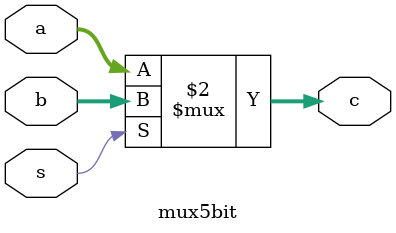
<source format=v>
`timescale 1ns / 1ps
module mux5bit (
    input [4:0] a,b,
    input s,
    output  [4:0] c
);
    assign c = (s == 0) ? a:b;
endmodule

</source>
